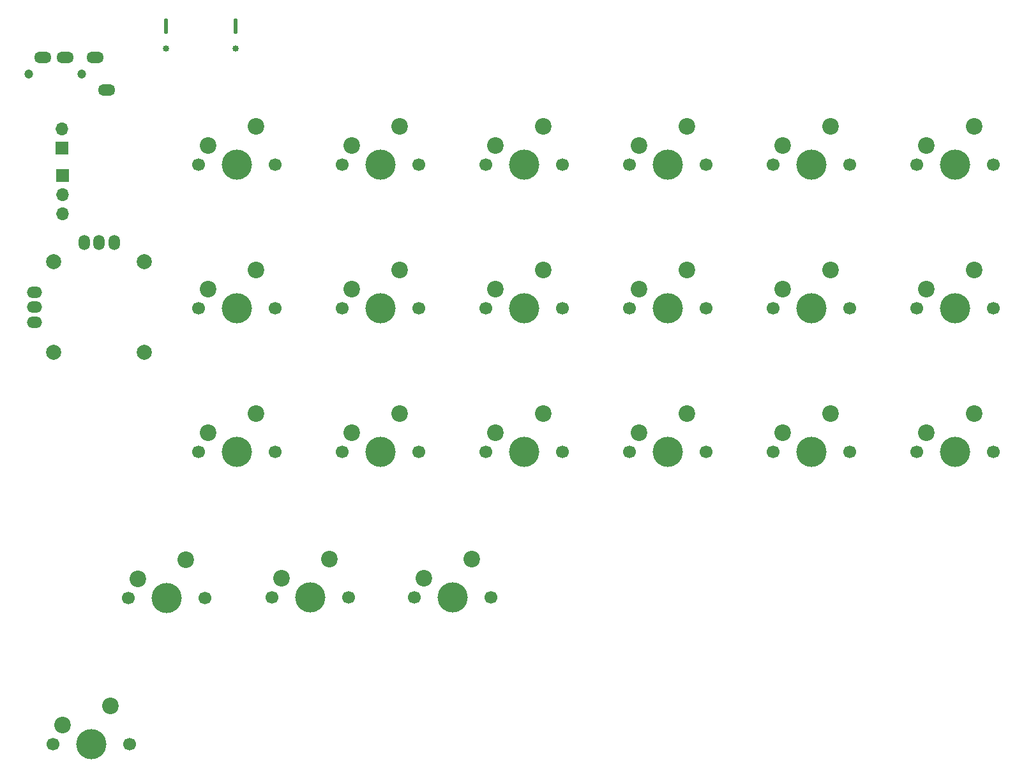
<source format=gbs>
%TF.GenerationSoftware,KiCad,Pcbnew,9.0.0*%
%TF.CreationDate,2025-03-25T01:57:01+09:00*%
%TF.ProjectId,keyboardR,6b657962-6f61-4726-9452-2e6b69636164,rev?*%
%TF.SameCoordinates,Original*%
%TF.FileFunction,Soldermask,Bot*%
%TF.FilePolarity,Negative*%
%FSLAX46Y46*%
G04 Gerber Fmt 4.6, Leading zero omitted, Abs format (unit mm)*
G04 Created by KiCad (PCBNEW 9.0.0) date 2025-03-25 01:57:01*
%MOMM*%
%LPD*%
G01*
G04 APERTURE LIST*
%ADD10C,1.200000*%
%ADD11O,2.300000X1.500000*%
%ADD12R,1.700000X1.700000*%
%ADD13O,1.700000X1.700000*%
%ADD14C,1.700000*%
%ADD15C,4.000000*%
%ADD16C,2.200000*%
%ADD17C,2.010000*%
%ADD18O,2.000000X1.500000*%
%ADD19O,1.500000X2.000000*%
%ADD20C,0.850000*%
%ADD21O,0.550000X2.050000*%
G04 APERTURE END LIST*
D10*
%TO.C,J4*%
X79863762Y-52474000D03*
X86863762Y-52474000D03*
D11*
X84663762Y-50324000D03*
X81663762Y-50324000D03*
X90163762Y-54624000D03*
X88663762Y-50324000D03*
%TD*%
D12*
%TO.C,J3*%
X84265238Y-62275000D03*
D13*
X84265238Y-59735000D03*
%TD*%
D12*
%TO.C,J2*%
X84365238Y-65975000D03*
D13*
X84365238Y-68515000D03*
X84365238Y-71055000D03*
%TD*%
D14*
%TO.C,SW12*%
X102393762Y-83554000D03*
D15*
X107473762Y-83554000D03*
D14*
X112553762Y-83554000D03*
D16*
X110013762Y-78474000D03*
X103663762Y-81014000D03*
%TD*%
D14*
%TO.C,SW14*%
X178593762Y-102604000D03*
D15*
X183673762Y-102604000D03*
D14*
X188753762Y-102604000D03*
D16*
X186213762Y-97524000D03*
X179863762Y-100064000D03*
%TD*%
D17*
%TO.C,J5*%
X83163762Y-89424000D03*
X95163762Y-89424000D03*
X83163762Y-77424000D03*
X95163762Y-77424000D03*
D18*
X80563762Y-81424000D03*
D19*
X91163762Y-74824000D03*
D18*
X80563762Y-83424000D03*
X80563762Y-85424000D03*
D19*
X87163762Y-74824000D03*
X89163762Y-74824000D03*
%TD*%
D14*
%TO.C,SW18*%
X102393762Y-102604000D03*
D15*
X107473762Y-102604000D03*
D14*
X112553762Y-102604000D03*
D16*
X110013762Y-97524000D03*
X103663762Y-100064000D03*
%TD*%
D14*
%TO.C,SW17*%
X121443762Y-102604000D03*
D15*
X126523762Y-102604000D03*
D14*
X131603762Y-102604000D03*
D16*
X129063762Y-97524000D03*
X122713762Y-100064000D03*
%TD*%
D14*
%TO.C,SW20*%
X112083762Y-121924000D03*
D15*
X117163762Y-121924000D03*
D14*
X122243762Y-121924000D03*
D16*
X119703762Y-116844000D03*
X113353762Y-119384000D03*
%TD*%
D14*
%TO.C,SW1*%
X197643762Y-64504000D03*
D15*
X202723762Y-64504000D03*
D14*
X207803762Y-64504000D03*
D16*
X205263762Y-59424000D03*
X198913762Y-61964000D03*
%TD*%
D20*
%TO.C,J1*%
X107258762Y-49114000D03*
D21*
X107258762Y-46134000D03*
D20*
X98068762Y-49114000D03*
D21*
X98068762Y-46134000D03*
%TD*%
D14*
%TO.C,SW11*%
X121443762Y-83554000D03*
D15*
X126523762Y-83554000D03*
D14*
X131603762Y-83554000D03*
D16*
X129063762Y-78474000D03*
X122713762Y-81014000D03*
%TD*%
D14*
%TO.C,SW9*%
X159543762Y-83554000D03*
D15*
X164623762Y-83554000D03*
D14*
X169703762Y-83554000D03*
D16*
X167163762Y-78474000D03*
X160813762Y-81014000D03*
%TD*%
D14*
%TO.C,SW10*%
X140493762Y-83554000D03*
D15*
X145573762Y-83554000D03*
D14*
X150653762Y-83554000D03*
D16*
X148113762Y-78474000D03*
X141763762Y-81014000D03*
%TD*%
D14*
%TO.C,SW15*%
X159543762Y-102604000D03*
D15*
X164623762Y-102604000D03*
D14*
X169703762Y-102604000D03*
D16*
X167163762Y-97524000D03*
X160813762Y-100064000D03*
%TD*%
D14*
%TO.C,SW5*%
X121443762Y-64504000D03*
D15*
X126523762Y-64504000D03*
D14*
X131603762Y-64504000D03*
D16*
X129063762Y-59424000D03*
X122713762Y-61964000D03*
%TD*%
D14*
%TO.C,SW13*%
X197643762Y-102604000D03*
D15*
X202723762Y-102604000D03*
D14*
X207803762Y-102604000D03*
D16*
X205263762Y-97524000D03*
X198913762Y-100064000D03*
%TD*%
D14*
%TO.C,SW2*%
X178593762Y-64504000D03*
D15*
X183673762Y-64504000D03*
D14*
X188753762Y-64504000D03*
D16*
X186213762Y-59424000D03*
X179863762Y-61964000D03*
%TD*%
D14*
%TO.C,SW3*%
X159543762Y-64504000D03*
D15*
X164623762Y-64504000D03*
D14*
X169703762Y-64504000D03*
D16*
X167163762Y-59424000D03*
X160813762Y-61964000D03*
%TD*%
D14*
%TO.C,SW4*%
X140493762Y-64504000D03*
D15*
X145573762Y-64504000D03*
D14*
X150653762Y-64504000D03*
D16*
X148113762Y-59424000D03*
X141763762Y-61964000D03*
%TD*%
D14*
%TO.C,SW6*%
X102393762Y-64504000D03*
D15*
X107473762Y-64504000D03*
D14*
X112553762Y-64504000D03*
D16*
X110013762Y-59424000D03*
X103663762Y-61964000D03*
%TD*%
D14*
%TO.C,SW8*%
X178593762Y-83554000D03*
D15*
X183673762Y-83554000D03*
D14*
X188753762Y-83554000D03*
D16*
X186213762Y-78474000D03*
X179863762Y-81014000D03*
%TD*%
D14*
%TO.C,SW22*%
X83083762Y-141424000D03*
D15*
X88163762Y-141424000D03*
D14*
X93243762Y-141424000D03*
D16*
X90703762Y-136344000D03*
X84353762Y-138884000D03*
%TD*%
D14*
%TO.C,SW19*%
X131003762Y-121924000D03*
D15*
X136083762Y-121924000D03*
D14*
X141163762Y-121924000D03*
D16*
X138623762Y-116844000D03*
X132273762Y-119384000D03*
%TD*%
D14*
%TO.C,SW7*%
X197643762Y-83554000D03*
D15*
X202723762Y-83554000D03*
D14*
X207803762Y-83554000D03*
D16*
X205263762Y-78474000D03*
X198913762Y-81014000D03*
%TD*%
D14*
%TO.C,SW16*%
X140493762Y-102604000D03*
D15*
X145573762Y-102604000D03*
D14*
X150653762Y-102604000D03*
D16*
X148113762Y-97524000D03*
X141763762Y-100064000D03*
%TD*%
D14*
%TO.C,SW21*%
X93043762Y-122004000D03*
D15*
X98123762Y-122004000D03*
D14*
X103203762Y-122004000D03*
D16*
X100663762Y-116924000D03*
X94313762Y-119464000D03*
%TD*%
M02*

</source>
